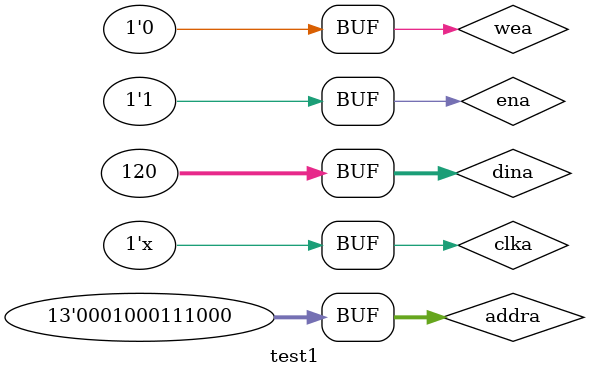
<source format=v>
`timescale 1ns / 1ps


module test1;

	// Inputs
	reg clka;
	reg ena;
	reg [0:0] wea;
	reg [12:0] addra;
	reg [31:0] dina;

	// Outputs
	wire [31:0] douta;

	// Instantiate the Unit Under Test (UUT)
	DataCache uut (
		.clka(clka), 
		.ena(ena), 
		.wea(wea), 
		.addra(addra), 
		.dina(dina), 
		.douta(douta)
	);

	initial begin
		// Initialize Inputs
		clka = 0;
		ena = 0;
		wea = 0;
		addra = 0;
		dina = 0;

		// Wait 100 ns for global reset to finish
		#100;
		  ena=1;
        wea=1;
		  addra=13'b0001000111000;
		  dina=500;
		#40;
			ena=0;
		
		#100;
		   ena=1;
		  addra=13'b1001000111000;
		  dina=120;
			
		#40;
			ena=0;
		
		#100;
			ena=1;
			wea=0;
		  addra=13'b0001000111000;
		  
			
		// Add stimulus here

	end
 always#10 clka=~clka;
endmodule


</source>
